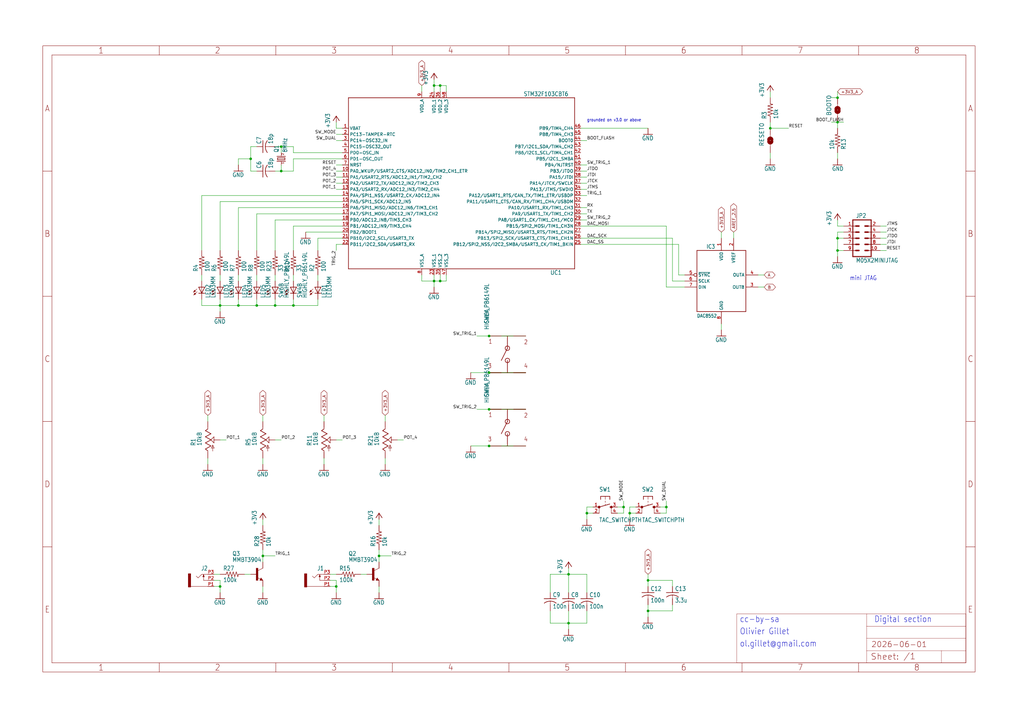
<source format=kicad_sch>
(kicad_sch (version 20231120) (generator "eeschema") (generator_version "8.0")
  (paper "User" 425.45 298.602)
  (lib_symbols
    (symbol "Apex3-eagle-import:+3V3" (power)
      (symbol "+3V3_1_0"
        (pin power_in line (at 0 -2.54 90) (length 2.54) (name "+3V3") (number "1"))
      )
    )
    (symbol "Apex3-eagle-import:-NPN-SOT23-BEC"
      (property "Reference" "T" (at -10.16 7.62 0))
      (symbol "-NPN-SOT23-BEC_1_0"
        (pin passive line (at -2.54 0 0) (length 2.54) (name "B") (number "B"))
        (pin passive line (at 2.54 5.08 270) (length 2.54) (name "C") (number "C"))
        (pin passive line (at 2.54 -5.08 90) (length 2.54) (name "E") (number "E"))
      )
    )
    (symbol "Apex3-eagle-import:A3L-LOC"
      (symbol "A3L-LOC_1_0"
        (text "${#}/${##}" (at 357.505 5.08 0) (effects (font (size 2.54 2.54)) (justify left bottom)))
        (text "${CURRENT_DATE}" (at 344.17 10.16 0) (effects (font (size 2.286 2.286)) (justify left bottom)))
        (text "${PROJECTNAME}" (at 344.17 15.24 0) (effects (font (size 2.54 2.54)) (justify left bottom)))
        (text "1" (at 24.2094 1.905 0) (effects (font (size 2.54 2.286))))
        (text "1" (at 24.2094 258.445 0) (effects (font (size 2.54 2.286))))
        (text "2" (at 72.6281 1.905 0) (effects (font (size 2.54 2.286))))
        (text "2" (at 72.6281 258.445 0) (effects (font (size 2.54 2.286))))
        (text "3" (at 121.0469 1.905 0) (effects (font (size 2.54 2.286))))
        (text "3" (at 121.0469 258.445 0) (effects (font (size 2.54 2.286))))
        (text "4" (at 169.4656 1.905 0) (effects (font (size 2.54 2.286))))
        (text "4" (at 169.4656 258.445 0) (effects (font (size 2.54 2.286))))
        (text "5" (at 217.8844 1.905 0) (effects (font (size 2.54 2.286))))
        (text "5" (at 217.8844 258.445 0) (effects (font (size 2.54 2.286))))
        (text "6" (at 266.3031 1.905 0) (effects (font (size 2.54 2.286))))
        (text "6" (at 266.3031 258.445 0) (effects (font (size 2.54 2.286))))
        (text "7" (at 314.7219 1.905 0) (effects (font (size 2.54 2.286))))
        (text "7" (at 314.7219 258.445 0) (effects (font (size 2.54 2.286))))
        (text "8" (at 363.1406 1.905 0) (effects (font (size 2.54 2.286))))
        (text "8" (at 363.1406 258.445 0) (effects (font (size 2.54 2.286))))
        (text "A" (at 1.905 234.315 0) (effects (font (size 2.54 2.286))))
        (text "A" (at 385.445 234.315 0) (effects (font (size 2.54 2.286))))
        (text "B" (at 1.905 182.245 0) (effects (font (size 2.54 2.286))))
        (text "B" (at 385.445 182.245 0) (effects (font (size 2.54 2.286))))
        (text "C" (at 1.905 130.175 0) (effects (font (size 2.54 2.286))))
        (text "C" (at 385.445 130.175 0) (effects (font (size 2.54 2.286))))
        (text "D" (at 1.905 78.105 0) (effects (font (size 2.54 2.286))))
        (text "D" (at 385.445 78.105 0) (effects (font (size 2.54 2.286))))
        (text "E" (at 1.905 26.035 0) (effects (font (size 2.54 2.286))))
        (text "E" (at 385.445 26.035 0) (effects (font (size 2.54 2.286))))
        (text "Sheet:" (at 343.916 4.953 0) (effects (font (size 2.54 2.54)) (justify left bottom)))
      )
    )
    (symbol "Apex3-eagle-import:C-USC0603"
      (property "Reference" "C" (at 1.016 0.635 0))
      (symbol "C-USC0603_1_0"
        (pin passive line (at 0 2.54 270) (length 2.54) (name "1") (number "1"))
        (pin passive line (at 0 -5.08 90) (length 2.54) (name "2") (number "2"))
      )
    )
    (symbol "Apex3-eagle-import:CRYSTALHC49UP"
      (property "Reference" "Q" (at 2.54 1.016 0))
      (symbol "CRYSTALHC49UP_1_0"
        (text "1" (at -2.159 -1.143 0) (effects (font (size 0.8636 0.734)) (justify left bottom)))
        (text "2" (at 1.524 -1.143 0) (effects (font (size 0.8636 0.734)) (justify left bottom)))
        (pin passive line (at -2.54 0 0) (length 0) (name "1") (number "1"))
        (pin passive line (at 2.54 0 180) (length 0) (name "2") (number "2"))
      )
    )
    (symbol "Apex3-eagle-import:DAC8552"
      (property "Reference" "IC" (at -2.54 15.24 0))
      (symbol "DAC8552_1_0"
        (pin power_in line (at 0 17.78 270) (length 5.08) (name "VDD") (number "1"))
        (pin power_in line (at 5.08 17.78 270) (length 5.08) (name "VREF") (number "2"))
        (pin input line (at 15.24 -2.54 180) (length 5.08) (name "OUTB") (number "3"))
        (pin output line (at 15.24 2.54 180) (length 5.08) (name "OUTA") (number "4"))
        (pin bidirectional inverted (at -15.24 2.54 0) (length 5.08) (name "~{SYNC}") (number "5"))
        (pin bidirectional line (at -15.24 0 0) (length 5.08) (name "SCLK") (number "6"))
        (pin bidirectional line (at -15.24 -2.54 0) (length 5.08) (name "DIN") (number "7"))
        (pin power_in line (at 0 -17.78 90) (length 5.08) (name "GND") (number "8"))
      )
    )
    (symbol "Apex3-eagle-import:GND" (power)
      (symbol "GND_1_0"
        (pin power_in line (at 0 2.54 270) (length 2.54) (name "GND") (number "1"))
      )
    )
    (symbol "Apex3-eagle-import:HIGHLY_PB6149L"
      (symbol "HIGHLY_PB6149L_1_0"
        (text "1" (at -7.874 4.318 0) (effects (font (size 1.778 1.5113)) (justify left bottom)))
        (text "2" (at 6.858 4.064 0) (effects (font (size 1.778 1.5113)) (justify left bottom)))
        (text "3" (at -8.128 -5.842 0) (effects (font (size 1.778 1.5113)) (justify left bottom)))
        (text "4" (at 6.858 -5.842 0) (effects (font (size 1.778 1.5113)) (justify left bottom)))
        (pin bidirectional line (at -7.62 7.62 0) (length 5.08) (name "P$1") (number "P$1"))
        (pin bidirectional line (at 7.62 7.62 180) (length 5.08) (name "P$2") (number "P$2"))
        (pin bidirectional line (at -7.62 -7.62 0) (length 5.08) (name "P$3") (number "P$3"))
        (pin bidirectional line (at 7.62 -7.62 180) (length 5.08) (name "P$4") (number "P$4"))
      )
      (symbol "HIGHLY_PB6149L_2_0"
        (pin passive line (at 0 2.54 270) (length 2.54) (name "L1") (number "L1"))
        (pin passive line (at 0 -5.08 90) (length 2.54) (name "L2") (number "L2"))
      )
    )
    (symbol "Apex3-eagle-import:JUMPER-SMT_2_NO_SILK"
      (property "Reference" "JP" (at -2.54 2.54 0))
      (symbol "JUMPER-SMT_2_NO_SILK_1_0"
        (pin passive line (at -5.08 0 0) (length 2.54) (name "1") (number "1"))
        (pin passive line (at 5.08 0 180) (length 2.54) (name "2") (number "2"))
      )
    )
    (symbol "Apex3-eagle-import:LED3MM"
      (property "Reference" "LED" (at 3.556 -4.572 90))
      (symbol "LED3MM_1_0"
        (pin passive line (at 0 2.54 270) (length 2.54) (name "A") (number "A"))
        (pin passive line (at 0 -5.08 90) (length 2.54) (name "C") (number "K"))
      )
    )
    (symbol "Apex3-eagle-import:M05X2MINIJTAG"
      (property "Reference" "JP" (at -2.54 8.382 0))
      (symbol "M05X2MINIJTAG_1_0"
        (pin passive line (at -7.62 5.08 0) (length 5.08) (name "1") (number "1"))
        (pin passive line (at 7.62 -5.08 180) (length 5.08) (name "10") (number "10"))
        (pin passive line (at 7.62 5.08 180) (length 5.08) (name "2") (number "2"))
        (pin passive line (at -7.62 2.54 0) (length 5.08) (name "3") (number "3"))
        (pin passive line (at 7.62 2.54 180) (length 5.08) (name "4") (number "4"))
        (pin passive line (at -7.62 0 0) (length 5.08) (name "5") (number "5"))
        (pin passive line (at 7.62 0 180) (length 5.08) (name "6") (number "6"))
        (pin passive line (at -7.62 -2.54 0) (length 5.08) (name "7") (number "7"))
        (pin passive line (at 7.62 -2.54 180) (length 5.08) (name "8") (number "8"))
        (pin passive line (at -7.62 -5.08 0) (length 5.08) (name "9") (number "9"))
      )
    )
    (symbol "Apex3-eagle-import:OG-PJ301_PJ301_THONKICONN"
      (property "Reference" "J" (at -2.54 4.064 0))
      (symbol "OG-PJ301_PJ301_THONKICONN_1_0"
        (pin passive line (at -5.08 -2.54 0) (length 2.54) (name "1") (number "P1"))
        (pin passive line (at -5.08 0 0) (length 2.54) (name "2") (number "P2"))
        (pin passive line (at -5.08 2.54 0) (length 2.54) (name "3") (number "P3"))
      )
    )
    (symbol "Apex3-eagle-import:POT-ALPS_POT_USVERTICAL"
      (property "Reference" "R" (at -5.08 -2.54 90))
      (symbol "POT-ALPS_POT_USVERTICAL_1_0"
        (pin passive line (at 0 7.62 270) (length 2.54) (name "E") (number "P$1"))
        (pin passive line (at 5.08 0 180) (length 2.54) (name "S") (number "P$2"))
        (pin passive line (at 0 -7.62 90) (length 2.54) (name "A") (number "P$3"))
      )
    )
    (symbol "Apex3-eagle-import:R-US_R0603"
      (property "Reference" "R" (at -3.81 1.4986 0))
      (symbol "R-US_R0603_1_0"
        (pin passive line (at -5.08 0 0) (length 2.54) (name "1") (number "1"))
        (pin passive line (at 5.08 0 180) (length 2.54) (name "2") (number "2"))
      )
    )
    (symbol "Apex3-eagle-import:STM32F103CB"
      (symbol "STM32F103CB_1_0"
        (pin power_in line (at -48.26 22.86 0) (length 2.54) (name "VBAT") (number "1"))
        (pin bidirectional line (at -48.26 5.08 0) (length 2.54) (name "PA0_WKUP/USART2_CTS/ADC12_IN0/TIM2_CH1_ETR") (number "10"))
        (pin bidirectional line (at -48.26 2.54 0) (length 2.54) (name "PA1/USART2_RTS/ADC12_IN1/TIM2_CH2") (number "11"))
        (pin bidirectional line (at -48.26 0 0) (length 2.54) (name "PA2/USART2_TX/ADC12_IN2/TIM2_CH3") (number "12"))
        (pin bidirectional line (at -48.26 -2.54 0) (length 2.54) (name "PA3/USART2_RX/ADC12_IN3/TIM2_CH4") (number "13"))
        (pin bidirectional line (at -48.26 -5.08 0) (length 2.54) (name "PA4/SPI1_NSS/USART2_CK/ADC12_IN4") (number "14"))
        (pin bidirectional line (at -48.26 -7.62 0) (length 2.54) (name "PA5/SPI1_SCK/ADC12_IN5") (number "15"))
        (pin bidirectional line (at -48.26 -10.16 0) (length 2.54) (name "PA6/SPI1_MISO/ADC12_IN6/TIM3_CH1") (number "16"))
        (pin bidirectional line (at -48.26 -12.7 0) (length 2.54) (name "PA7/SPI1_MOSI/ADC12_IN7/TIM3_CH2") (number "17"))
        (pin bidirectional line (at -48.26 -15.24 0) (length 2.54) (name "PB0/ADC12_IN8/TIM3_CH3") (number "18"))
        (pin bidirectional line (at -48.26 -17.78 0) (length 2.54) (name "PB1/ADC12_IN9/TIM3_CH4") (number "19"))
        (pin input line (at -48.26 20.32 0) (length 2.54) (name "PC13-TAMPER-RTC") (number "2"))
        (pin bidirectional line (at -48.26 -20.32 0) (length 2.54) (name "PB2/BOOT1") (number "20"))
        (pin input line (at -48.26 -22.86 0) (length 2.54) (name "PB10/I2C2_SCL/USART3_TX") (number "21"))
        (pin input line (at -48.26 -25.4 0) (length 2.54) (name "PB11/I2C2_SDA/USART3_RX") (number "22"))
        (pin power_in line (at -10.16 -38.1 90) (length 2.54) (name "VSS_1") (number "23"))
        (pin power_in line (at -10.16 38.1 270) (length 2.54) (name "VDD_1") (number "24"))
        (pin input line (at 50.8 -25.4 180) (length 2.54) (name "PB12/SPI2_NSS/I2C2_SMBA/USART3_CK/TIM1_BKIN") (number "25"))
        (pin input line (at 50.8 -22.86 180) (length 2.54) (name "PB13/SPI2_SCK/USART3_CTS/TIM1_CH1N") (number "26"))
        (pin input line (at 50.8 -20.32 180) (length 2.54) (name "PB14/SPI2_MISO/USART3_RTS/TIM1_CH2N") (number "27"))
        (pin input line (at 50.8 -17.78 180) (length 2.54) (name "PB15/SPI2_MOSI/TIM1_CH3N") (number "28"))
        (pin bidirectional line (at 50.8 -15.24 180) (length 2.54) (name "PA8/USART1_CK/TIM1_CH1/MCO") (number "29"))
        (pin input line (at -48.26 17.78 0) (length 2.54) (name "PC14-OSC32_IN") (number "3"))
        (pin input line (at 50.8 -12.7 180) (length 2.54) (name "PA9/USART1_TX/TIM1_CH2") (number "30"))
        (pin bidirectional line (at 50.8 -10.16 180) (length 2.54) (name "PA10/USART1_RX/TIM1_CH3") (number "31"))
        (pin bidirectional line (at 50.8 -7.62 180) (length 2.54) (name "PA11/USART1_CTS/CAN_RX/TIM1_CH4/USBDM") (number "32"))
        (pin bidirectional line (at 50.8 -5.08 180) (length 2.54) (name "PA12/USART1_RTS/CAN_TX/TIM1_ETR/USBDP") (number "33"))
        (pin bidirectional line (at 50.8 -2.54 180) (length 2.54) (name "PA13/JTMS/SWDIO") (number "34"))
        (pin power_in line (at -7.62 -38.1 90) (length 2.54) (name "VSS_2") (number "35"))
        (pin power_in line (at -7.62 38.1 270) (length 2.54) (name "VDD_2") (number "36"))
        (pin bidirectional line (at 50.8 0 180) (length 2.54) (name "PA14/JTCK/SWCLK") (number "37"))
        (pin bidirectional line (at 50.8 2.54 180) (length 2.54) (name "PA15/JTDI") (number "38"))
        (pin bidirectional line (at 50.8 5.08 180) (length 2.54) (name "PB3/JTDO") (number "39"))
        (pin input line (at -48.26 15.24 0) (length 2.54) (name "PC15-OSC32_OUT") (number "4"))
        (pin bidirectional line (at 50.8 7.62 180) (length 2.54) (name "PB4/NJTRST") (number "40"))
        (pin input line (at 50.8 10.16 180) (length 2.54) (name "PB5/I2C1_SMBA") (number "41"))
        (pin input line (at 50.8 12.7 180) (length 2.54) (name "PB6/I2C1_SCL/TIM4_CH1") (number "42"))
        (pin bidirectional line (at 50.8 15.24 180) (length 2.54) (name "PB7/I2C1_SDA/TIM4_CH2") (number "43"))
        (pin input line (at 50.8 17.78 180) (length 2.54) (name "BOOT0") (number "44"))
        (pin bidirectional line (at 50.8 20.32 180) (length 2.54) (name "PB8/TIM4_CH3") (number "45"))
        (pin input line (at 50.8 22.86 180) (length 2.54) (name "PB9/TIM4_CH4") (number "46"))
        (pin power_in line (at -5.08 -38.1 90) (length 2.54) (name "VSS_3") (number "47"))
        (pin power_in line (at -5.08 38.1 270) (length 2.54) (name "VDD_3") (number "48"))
        (pin input line (at -48.26 12.7 0) (length 2.54) (name "PD0-OSC_IN") (number "5"))
        (pin input line (at -48.26 10.16 0) (length 2.54) (name "PD1-OSC_OUT") (number "6"))
        (pin input line (at -48.26 7.62 0) (length 2.54) (name "NRST") (number "7"))
        (pin power_in line (at -15.24 -38.1 90) (length 2.54) (name "VSS_A") (number "8"))
        (pin power_in line (at -15.24 38.1 270) (length 2.54) (name "VDD_A") (number "9"))
      )
    )
    (symbol "Apex3-eagle-import:TAC_SWITCHPTH"
      (property "Reference" "S" (at -2.54 6.35 0))
      (symbol "TAC_SWITCHPTH_1_0"
        (pin passive line (at -5.08 0 0) (length 2.54) (name "1") (number "1"))
        (pin passive line (at -5.08 -2.54 0) (length 2.54) (name "2") (number "2"))
        (pin passive line (at 5.08 0 180) (length 2.54) (name "3") (number "3"))
        (pin passive line (at 5.08 -2.54 180) (length 2.54) (name "4") (number "4"))
      )
    )
  )
  (junction (at 236.22 238.76))
  (junction (at 320.04 53.34))
  (junction (at 347.98 99.06))
  (junction (at 347.98 104.14))
  (junction (at 259.08 210.82))
  (junction (at 182.88 35.56))
  (junction (at 91.44 127))
  (junction (at 139.7 243.84))
  (junction (at 182.88 116.84))
  (junction (at 269.24 254))
  (junction (at 116.84 60.96))
  (junction (at 106.68 127))
  (junction (at 203.2 139.7))
  (junction (at 99.06 127))
  (junction (at 243.84 213.36))
  (junction (at 104.14 66.04))
  (junction (at 114.3 127))
  (junction (at 203.2 154.94))
  (junction (at 116.84 71.12))
  (junction (at 203.2 185.42))
  (junction (at 269.24 241.3))
  (junction (at 276.86 210.82))
  (junction (at 180.34 35.56))
  (junction (at 236.22 259.08))
  (junction (at 121.92 127))
  (junction (at 180.34 116.84))
  (junction (at 203.2 170.18))
  (junction (at 347.98 40.64))
  (junction (at 109.22 231.14))
  (junction (at 347.98 50.8))
  (junction (at 261.62 213.36))
  (junction (at 91.44 243.84))
  (junction (at 157.48 231.14))
  (wire (pts (xy 132.08 114.3) (xy 132.08 116.84)) (stroke (width 0.1524)))
  (wire (pts (xy 83.82 124.46) (xy 83.82 127)) (stroke (width 0.1524)))
  (wire (pts (xy 88.9 241.3) (xy 91.44 241.3)) (stroke (width 0.1524)))
  (wire (pts (xy 137.16 243.84) (xy 139.7 243.84)) (stroke (width 0.1524)))
  (wire (pts (xy 241.3 86.36) (xy 243.84 86.36)) (stroke (width 0.1524)))
  (wire (pts (xy 101.6 238.76) (xy 104.14 238.76)) (stroke (width 0.1524)))
  (wire (pts (xy 236.22 238.76) (xy 243.84 238.76)) (stroke (width 0.1524)))
  (wire (pts (xy 203.2 170.18) (xy 218.44 170.18)) (stroke (width 0.1524)))
  (wire (pts (xy 86.36 175.26) (xy 86.36 172.72)) (stroke (width 0.1524)))
  (wire (pts (xy 121.92 63.5) (xy 121.92 60.96)) (stroke (width 0.1524)))
  (wire (pts (xy 109.22 231.14) (xy 114.3 231.14)) (stroke (width 0.1524)))
  (wire (pts (xy 246.38 210.82) (xy 243.84 210.82)) (stroke (width 0.1524)))
  (wire (pts (xy 121.92 127) (xy 132.08 127)) (stroke (width 0.1524)))
  (wire (pts (xy 281.94 114.3) (xy 284.48 114.3)) (stroke (width 0.1524)))
  (wire (pts (xy 241.3 58.42) (xy 243.84 58.42)) (stroke (width 0.1524)))
  (wire (pts (xy 139.7 241.3) (xy 139.7 243.84)) (stroke (width 0.1524)))
  (wire (pts (xy 236.22 238.76) (xy 236.22 236.22)) (stroke (width 0.1524)))
  (wire (pts (xy 86.36 190.5) (xy 86.36 193.04)) (stroke (width 0.1524)))
  (wire (pts (xy 182.88 116.84) (xy 185.42 116.84)) (stroke (width 0.1524)))
  (wire (pts (xy 149.86 238.76) (xy 152.4 238.76)) (stroke (width 0.1524)))
  (wire (pts (xy 241.3 91.44) (xy 243.84 91.44)) (stroke (width 0.1524)))
  (wire (pts (xy 142.24 93.98) (xy 121.92 93.98)) (stroke (width 0.1524)))
  (wire (pts (xy 279.4 241.3) (xy 279.4 243.84)) (stroke (width 0.1524)))
  (wire (pts (xy 241.3 73.66) (xy 243.84 73.66)) (stroke (width 0.1524)))
  (wire (pts (xy 269.24 251.46) (xy 269.24 254)) (stroke (width 0.1524)))
  (wire (pts (xy 175.26 116.84) (xy 180.34 116.84)) (stroke (width 0.1524)))
  (wire (pts (xy 347.98 93.98) (xy 347.98 91.44)) (stroke (width 0.1524)))
  (wire (pts (xy 243.84 238.76) (xy 243.84 246.38)) (stroke (width 0.1524)))
  (wire (pts (xy 180.34 116.84) (xy 180.34 119.38)) (stroke (width 0.1524)))
  (wire (pts (xy 104.14 66.04) (xy 104.14 71.12)) (stroke (width 0.1524)))
  (wire (pts (xy 279.4 254) (xy 279.4 251.46)) (stroke (width 0.1524)))
  (wire (pts (xy 121.92 66.04) (xy 142.24 66.04)) (stroke (width 0.1524)))
  (wire (pts (xy 320.04 53.34) (xy 327.66 53.34)) (stroke (width 0.1524)))
  (wire (pts (xy 182.88 35.56) (xy 185.42 35.56)) (stroke (width 0.1524)))
  (wire (pts (xy 365.76 104.14) (xy 368.3 104.14)) (stroke (width 0.1524)))
  (wire (pts (xy 241.3 93.98) (xy 276.86 93.98)) (stroke (width 0.1524)))
  (wire (pts (xy 182.88 38.1) (xy 182.88 35.56)) (stroke (width 0.1524)))
  (wire (pts (xy 83.82 127) (xy 91.44 127)) (stroke (width 0.1524)))
  (wire (pts (xy 121.92 60.96) (xy 116.84 60.96)) (stroke (width 0.1524)))
  (wire (pts (xy 157.48 231.14) (xy 162.56 231.14)) (stroke (width 0.1524)))
  (wire (pts (xy 121.92 127) (xy 114.3 127)) (stroke (width 0.1524)))
  (wire (pts (xy 350.52 99.06) (xy 347.98 99.06)) (stroke (width 0.1524)))
  (wire (pts (xy 121.92 114.3) (xy 121.92 116.84)) (stroke (width 0.1524)))
  (wire (pts (xy 121.92 124.46) (xy 121.92 127)) (stroke (width 0.1524)))
  (wire (pts (xy 109.22 233.68) (xy 109.22 231.14)) (stroke (width 0.1524)))
  (wire (pts (xy 241.3 78.74) (xy 243.84 78.74)) (stroke (width 0.1524)))
  (wire (pts (xy 139.7 73.66) (xy 142.24 73.66)) (stroke (width 0.1524)))
  (wire (pts (xy 269.24 254) (xy 279.4 254)) (stroke (width 0.1524)))
  (wire (pts (xy 91.44 182.88) (xy 93.98 182.88)) (stroke (width 0.1524)))
  (wire (pts (xy 99.06 114.3) (xy 99.06 116.84)) (stroke (width 0.1524)))
  (wire (pts (xy 91.44 127) (xy 91.44 129.54)) (stroke (width 0.1524)))
  (wire (pts (xy 228.6 238.76) (xy 236.22 238.76)) (stroke (width 0.1524)))
  (wire (pts (xy 304.8 99.06) (xy 304.8 96.52)) (stroke (width 0.1524)))
  (wire (pts (xy 203.2 154.94) (xy 218.44 154.94)) (stroke (width 0.1524)))
  (wire (pts (xy 180.34 114.3) (xy 180.34 116.84)) (stroke (width 0.1524)))
  (wire (pts (xy 241.3 71.12) (xy 243.84 71.12)) (stroke (width 0.1524)))
  (wire (pts (xy 91.44 243.84) (xy 91.44 246.38)) (stroke (width 0.1524)))
  (wire (pts (xy 114.3 114.3) (xy 114.3 116.84)) (stroke (width 0.1524)))
  (wire (pts (xy 132.08 99.06) (xy 142.24 99.06)) (stroke (width 0.1524)))
  (wire (pts (xy 345.44 40.64) (xy 347.98 40.64)) (stroke (width 0.1524)))
  (wire (pts (xy 114.3 182.88) (xy 116.84 182.88)) (stroke (width 0.1524)))
  (wire (pts (xy 99.06 124.46) (xy 99.06 127)) (stroke (width 0.1524)))
  (wire (pts (xy 203.2 139.7) (xy 198.12 139.7)) (stroke (width 0.1524)))
  (wire (pts (xy 132.08 104.14) (xy 132.08 99.06)) (stroke (width 0.1524)))
  (wire (pts (xy 269.24 241.3) (xy 279.4 241.3)) (stroke (width 0.1524)))
  (wire (pts (xy 157.48 233.68) (xy 157.48 231.14)) (stroke (width 0.1524)))
  (wire (pts (xy 256.54 210.82) (xy 259.08 210.82)) (stroke (width 0.1524)))
  (wire (pts (xy 142.24 63.5) (xy 121.92 63.5)) (stroke (width 0.1524)))
  (wire (pts (xy 365.76 96.52) (xy 368.3 96.52)) (stroke (width 0.1524)))
  (wire (pts (xy 91.44 127) (xy 99.06 127)) (stroke (width 0.1524)))
  (wire (pts (xy 246.38 213.36) (xy 243.84 213.36)) (stroke (width 0.1524)))
  (wire (pts (xy 106.68 127) (xy 106.68 124.46)) (stroke (width 0.1524)))
  (wire (pts (xy 241.3 81.28) (xy 243.84 81.28)) (stroke (width 0.1524)))
  (wire (pts (xy 264.16 210.82) (xy 261.62 210.82)) (stroke (width 0.1524)))
  (wire (pts (xy 142.24 53.34) (xy 139.7 53.34)) (stroke (width 0.1524)))
  (wire (pts (xy 195.58 154.94) (xy 203.2 154.94)) (stroke (width 0.1524)))
  (wire (pts (xy 180.34 116.84) (xy 182.88 116.84)) (stroke (width 0.1524)))
  (wire (pts (xy 106.68 114.3) (xy 106.68 116.84)) (stroke (width 0.1524)))
  (wire (pts (xy 142.24 101.6) (xy 139.7 101.6)) (stroke (width 0.1524)))
  (wire (pts (xy 91.44 83.82) (xy 91.44 104.14)) (stroke (width 0.1524)))
  (wire (pts (xy 106.68 88.9) (xy 142.24 88.9)) (stroke (width 0.1524)))
  (wire (pts (xy 139.7 53.34) (xy 139.7 50.8)) (stroke (width 0.1524)))
  (wire (pts (xy 299.72 137.16) (xy 299.72 134.62)) (stroke (width 0.1524)))
  (wire (pts (xy 320.04 38.1) (xy 320.04 40.64)) (stroke (width 0.1524)))
  (wire (pts (xy 99.06 127) (xy 106.68 127)) (stroke (width 0.1524)))
  (wire (pts (xy 139.7 101.6) (xy 139.7 104.14)) (stroke (width 0.1524)))
  (wire (pts (xy 114.3 60.96) (xy 116.84 60.96)) (stroke (width 0.1524)))
  (wire (pts (xy 259.08 213.36) (xy 259.08 210.82)) (stroke (width 0.1524)))
  (wire (pts (xy 99.06 66.04) (xy 99.06 68.58)) (stroke (width 0.1524)))
  (wire (pts (xy 83.82 81.28) (xy 83.82 104.14)) (stroke (width 0.1524)))
  (wire (pts (xy 236.22 259.08) (xy 236.22 261.62)) (stroke (width 0.1524)))
  (wire (pts (xy 347.98 53.34) (xy 347.98 50.8)) (stroke (width 0.1524)))
  (wire (pts (xy 243.84 213.36) (xy 243.84 215.9)) (stroke (width 0.1524)))
  (wire (pts (xy 157.48 243.84) (xy 157.48 246.38)) (stroke (width 0.1524)))
  (wire (pts (xy 157.48 231.14) (xy 157.48 228.6)) (stroke (width 0.1524)))
  (wire (pts (xy 116.84 60.96) (xy 116.84 63.5)) (stroke (width 0.1524)))
  (wire (pts (xy 139.7 243.84) (xy 139.7 246.38)) (stroke (width 0.1524)))
  (wire (pts (xy 157.48 215.9) (xy 157.48 218.44)) (stroke (width 0.1524)))
  (wire (pts (xy 281.94 101.6) (xy 281.94 114.3)) (stroke (width 0.1524)))
  (wire (pts (xy 259.08 210.82) (xy 259.08 208.28)) (stroke (width 0.1524)))
  (wire (pts (xy 142.24 68.58) (xy 139.7 68.58)) (stroke (width 0.1524)))
  (wire (pts (xy 276.86 213.36) (xy 276.86 210.82)) (stroke (width 0.1524)))
  (wire (pts (xy 314.96 114.3) (xy 317.5 114.3)) (stroke (width 0.1524)))
  (wire (pts (xy 241.3 53.34) (xy 269.24 53.34)) (stroke (width 0.1524)))
  (wire (pts (xy 142.24 55.88) (xy 139.7 55.88)) (stroke (width 0.1524)))
  (wire (pts (xy 160.02 190.5) (xy 160.02 193.04)) (stroke (width 0.1524)))
  (wire (pts (xy 114.3 124.46) (xy 114.3 127)) (stroke (width 0.1524)))
  (wire (pts (xy 137.16 238.76) (xy 139.7 238.76)) (stroke (width 0.1524)))
  (wire (pts (xy 139.7 58.42) (xy 142.24 58.42)) (stroke (width 0.1524)))
  (wire (pts (xy 236.22 254) (xy 236.22 259.08)) (stroke (width 0.1524)))
  (wire (pts (xy 276.86 119.38) (xy 284.48 119.38)) (stroke (width 0.1524)))
  (wire (pts (xy 365.76 101.6) (xy 368.3 101.6)) (stroke (width 0.1524)))
  (wire (pts (xy 104.14 60.96) (xy 104.14 66.04)) (stroke (width 0.1524)))
  (wire (pts (xy 236.22 246.38) (xy 236.22 238.76)) (stroke (width 0.1524)))
  (wire (pts (xy 314.96 119.38) (xy 317.5 119.38)) (stroke (width 0.1524)))
  (wire (pts (xy 203.2 170.18) (xy 198.12 170.18)) (stroke (width 0.1524)))
  (wire (pts (xy 139.7 71.12) (xy 142.24 71.12)) (stroke (width 0.1524)))
  (wire (pts (xy 91.44 241.3) (xy 91.44 243.84)) (stroke (width 0.1524)))
  (wire (pts (xy 243.84 259.08) (xy 243.84 254)) (stroke (width 0.1524)))
  (wire (pts (xy 109.22 190.5) (xy 109.22 193.04)) (stroke (width 0.1524)))
  (wire (pts (xy 137.16 241.3) (xy 139.7 241.3)) (stroke (width 0.1524)))
  (wire (pts (xy 142.24 91.44) (xy 114.3 91.44)) (stroke (width 0.1524)))
  (wire (pts (xy 106.68 60.96) (xy 104.14 60.96)) (stroke (width 0.1524)))
  (wire (pts (xy 91.44 124.46) (xy 91.44 127)) (stroke (width 0.1524)))
  (wire (pts (xy 142.24 96.52) (xy 127 96.52)) (stroke (width 0.1524)))
  (wire (pts (xy 299.72 99.06) (xy 299.72 96.52)) (stroke (width 0.1524)))
  (wire (pts (xy 180.34 35.56) (xy 182.88 35.56)) (stroke (width 0.1524)))
  (wire (pts (xy 320.04 63.5) (xy 320.04 66.04)) (stroke (width 0.1524)))
  (wire (pts (xy 350.52 96.52) (xy 347.98 96.52)) (stroke (width 0.1524)))
  (wire (pts (xy 241.3 101.6) (xy 281.94 101.6)) (stroke (width 0.1524)))
  (wire (pts (xy 175.26 38.1) (xy 175.26 35.56)) (stroke (width 0.1524)))
  (wire (pts (xy 261.62 213.36) (xy 261.62 215.9)) (stroke (width 0.1524)))
  (wire (pts (xy 185.42 114.3) (xy 185.42 116.84)) (stroke (width 0.1524)))
  (wire (pts (xy 132.08 124.46) (xy 132.08 127)) (stroke (width 0.1524)))
  (wire (pts (xy 269.24 243.84) (xy 269.24 241.3)) (stroke (width 0.1524)))
  (wire (pts (xy 88.9 243.84) (xy 91.44 243.84)) (stroke (width 0.1524)))
  (wire (pts (xy 99.06 86.36) (xy 142.24 86.36)) (stroke (width 0.1524)))
  (wire (pts (xy 347.98 104.14) (xy 347.98 106.68)) (stroke (width 0.1524)))
  (wire (pts (xy 347.98 63.5) (xy 347.98 66.04)) (stroke (width 0.1524)))
  (wire (pts (xy 99.06 86.36) (xy 99.06 104.14)) (stroke (width 0.1524)))
  (wire (pts (xy 269.24 256.54) (xy 269.24 254)) (stroke (width 0.1524)))
  (wire (pts (xy 345.44 50.8) (xy 347.98 50.8)) (stroke (width 0.1524)))
  (wire (pts (xy 276.86 93.98) (xy 276.86 119.38)) (stroke (width 0.1524)))
  (wire (pts (xy 109.22 175.26) (xy 109.22 172.72)) (stroke (width 0.1524)))
  (wire (pts (xy 114.3 91.44) (xy 114.3 104.14)) (stroke (width 0.1524)))
  (wire (pts (xy 114.3 71.12) (xy 116.84 71.12)) (stroke (width 0.1524)))
  (wire (pts (xy 279.4 99.06) (xy 279.4 116.84)) (stroke (width 0.1524)))
  (wire (pts (xy 83.82 114.3) (xy 83.82 116.84)) (stroke (width 0.1524)))
  (wire (pts (xy 279.4 116.84) (xy 284.48 116.84)) (stroke (width 0.1524)))
  (wire (pts (xy 121.92 71.12) (xy 121.92 66.04)) (stroke (width 0.1524)))
  (wire (pts (xy 241.3 68.58) (xy 243.84 68.58)) (stroke (width 0.1524)))
  (wire (pts (xy 134.62 175.26) (xy 134.62 172.72)) (stroke (width 0.1524)))
  (wire (pts (xy 114.3 127) (xy 106.68 127)) (stroke (width 0.1524)))
  (wire (pts (xy 236.22 259.08) (xy 243.84 259.08)) (stroke (width 0.1524)))
  (wire (pts (xy 104.14 71.12) (xy 106.68 71.12)) (stroke (width 0.1524)))
  (wire (pts (xy 350.52 93.98) (xy 347.98 93.98)) (stroke (width 0.1524)))
  (wire (pts (xy 274.32 213.36) (xy 276.86 213.36)) (stroke (width 0.1524)))
  (wire (pts (xy 274.32 210.82) (xy 276.86 210.82)) (stroke (width 0.1524)))
  (wire (pts (xy 91.44 114.3) (xy 91.44 116.84)) (stroke (width 0.1524)))
  (wire (pts (xy 261.62 210.82) (xy 261.62 213.36)) (stroke (width 0.1524)))
  (wire (pts (xy 139.7 78.74) (xy 142.24 78.74)) (stroke (width 0.1524)))
  (wire (pts (xy 185.42 35.56) (xy 185.42 38.1)) (stroke (width 0.1524)))
  (wire (pts (xy 241.3 99.06) (xy 279.4 99.06)) (stroke (width 0.1524)))
  (wire (pts (xy 109.22 215.9) (xy 109.22 218.44)) (stroke (width 0.1524)))
  (wire (pts (xy 116.84 71.12) (xy 116.84 68.58)) (stroke (width 0.1524)))
  (wire (pts (xy 175.26 114.3) (xy 175.26 116.84)) (stroke (width 0.1524)))
  (wire (pts (xy 195.58 185.42) (xy 203.2 185.42)) (stroke (width 0.1524)))
  (wire (pts (xy 203.2 185.42) (xy 218.44 185.42)) (stroke (width 0.1524)))
  (wire (pts (xy 109.22 231.14) (xy 109.22 228.6)) (stroke (width 0.1524)))
  (wire (pts (xy 116.84 71.12) (xy 121.92 71.12)) (stroke (width 0.1524)))
  (wire (pts (xy 347.98 96.52) (xy 347.98 99.06)) (stroke (width 0.1524)))
  (wire (pts (xy 261.62 213.36) (xy 264.16 213.36)) (stroke (width 0.1524)))
  (wire (pts (xy 256.54 213.36) (xy 259.08 213.36)) (stroke (width 0.1524)))
  (wire (pts (xy 121.92 93.98) (xy 121.92 104.14)) (stroke (width 0.1524)))
  (wire (pts (xy 350.52 104.14) (xy 347.98 104.14)) (stroke (width 0.1524)))
  (wire (pts (xy 160.02 175.26) (xy 160.02 172.72)) (stroke (width 0.1524)))
  (wire (pts (xy 320.04 50.8) (xy 320.04 53.34)) (stroke (width 0.1524)))
  (wire (pts (xy 134.62 190.5) (xy 134.62 193.04)) (stroke (width 0.1524)))
  (wire (pts (xy 269.24 241.3) (xy 269.24 238.76)) (stroke (width 0.1524)))
  (wire (pts (xy 91.44 83.82) (xy 142.24 83.82)) (stroke (width 0.1524)))
  (wire (pts (xy 228.6 254) (xy 228.6 259.08)) (stroke (width 0.1524)))
  (wire (pts (xy 106.68 88.9) (xy 106.68 104.14)) (stroke (width 0.1524)))
  (wire (pts (xy 228.6 246.38) (xy 228.6 238.76)) (stroke (width 0.1524)))
  (wire (pts (xy 139.7 76.2) (xy 142.24 76.2)) (stroke (width 0.1524)))
  (wire (pts (xy 243.84 210.82) (xy 243.84 213.36)) (stroke (width 0.1524)))
  (wire (pts (xy 365.76 93.98) (xy 368.3 93.98)) (stroke (width 0.1524)))
  (wire (pts (xy 104.14 66.04) (xy 99.06 66.04)) (stroke (width 0.1524)))
  (wire (pts (xy 347.98 99.06) (xy 347.98 104.14)) (stroke (width 0.1524)))
  (wire (pts (xy 165.1 182.88) (xy 167.64 182.88)) (stroke (width 0.1524)))
  (wire (pts (xy 88.9 238.76) (xy 91.44 238.76)) (stroke (width 0.1524)))
  (wire (pts (xy 83.82 81.28) (xy 142.24 81.28)) (stroke (width 0.1524)))
  (wire (pts (xy 180.34 33.02) (xy 180.34 35.56)) (stroke (width 0.1524)))
  (wire (pts (xy 182.88 114.3) (xy 182.88 116.84)) (stroke (width 0.1524)))
  (wire (pts (xy 347.98 38.1) (xy 347.98 40.64)) (stroke (width 0.1524)))
  (wire (pts (xy 139.7 182.88) (xy 142.24 182.88)) (stroke (width 0.1524)))
  (wire (pts (xy 228.6 259.08) (xy 236.22 259.08)) (stroke (width 0.1524)))
  (wire (pts (xy 203.2 139.7) (xy 218.44 139.7)) (stroke (width 0.1524)))
  (wire (pts (xy 276.86 210.82) (xy 276.86 208.28)) (stroke (width 0.1524)))
  (wire (pts (xy 180.34 38.1) (xy 180.34 35.56)) (stroke (width 0.1524)))
  (wire (pts (xy 109.22 243.84) (xy 109.22 246.38)) (stroke (width 0.1524)))
  (wire (pts (xy 241.3 76.2) (xy 243.84 76.2)) (stroke (width 0.1524)))
  (wire (pts (xy 241.3 88.9) (xy 243.84 88.9)) (stroke (width 0.1524)))
  (wire (pts (xy 347.98 50.8) (xy 350.52 50.8)) (stroke (width 0.1524)))
  (wire (pts (xy 365.76 99.06) (xy 368.3 99.06)) (stroke (width 0.1524)))
  (text "grounded on v3.0 or above" (at 243.84 50.8 0) (effects (font (size 1.27 1.0795)) (justify left bottom)))
  (text "ol.gillet@gmail.com" (at 307.34 269.24 0) (effects (font (size 2.54 2.159)) (justify left bottom)))
  (text "Digital section" (at 363.22 259.08 0) (effects (font (size 2.54 2.159)) (justify left bottom)))
  (text "mini JTAG" (at 353.06 116.84 0) (effects (font (size 1.778 1.5113)) (justify left bottom)))
  (text "Olivier Gillet" (at 307.34 264.16 0) (effects (font (size 2.54 2.159)) (justify left bottom)))
  (text "cc-by-sa" (at 307.34 259.08 0) (effects (font (size 2.54 2.159)) (justify left bottom)))
  (label "DAC_MOSI" (at 243.84 93.98 0) (effects (font (size 1.2446 1.2446))))
  (label "POT_4" (at 139.7 71.12 180) (effects (font (size 1.2446 1.2446))))
  (label "POT_2" (at 116.84 182.88 0) (effects (font (size 1.2446 1.2446))))
  (label "JTDO" (at 368.3 99.06 0) (effects (font (size 1.2446 1.2446))))
  (label "POT_4" (at 167.64 182.88 0) (effects (font (size 1.2446 1.2446))))
  (label "SW_TRIG_2" (at 243.84 91.44 0) (effects (font (size 1.2446 1.2446))))
  (label "JTMS" (at 368.3 93.98 0) (effects (font (size 1.2446 1.2446))))
  (label "TX" (at 243.84 88.9 0) (effects (font (size 1.2446 1.2446))))
  (label "POT_3" (at 142.24 182.88 0) (effects (font (size 1.2446 1.2446))))
  (label "DAC_SS" (at 243.84 101.6 0) (effects (font (size 1.2446 1.2446))))
  (label "TRIG_2" (at 139.7 104.14 270) (effects (font (size 1.2446 1.2446))))
  (label "SW_DUAL" (at 139.7 58.42 180) (effects (font (size 1.2446 1.2446))))
  (label "JTDO" (at 243.84 71.12 0) (effects (font (size 1.2446 1.2446))))
  (label "RESET" (at 327.66 53.34 0) (effects (font (size 1.2446 1.2446))))
  (label "POT_3" (at 139.7 73.66 180) (effects (font (size 1.2446 1.2446))))
  (label "JTDI" (at 243.84 73.66 0) (effects (font (size 1.2446 1.2446))))
  (label "JTCK" (at 368.3 96.52 0) (effects (font (size 1.2446 1.2446))))
  (label "TRIG_1" (at 114.3 231.14 0) (effects (font (size 1.2446 1.2446))))
  (label "SW_TRIG_1" (at 198.12 139.7 180) (effects (font (size 1.2446 1.2446))))
  (label "SW_DUAL" (at 276.86 208.28 90) (effects (font (size 1.2446 1.2446))))
  (label "TRIG_1" (at 243.84 81.28 0) (effects (font (size 1.2446 1.2446))))
  (label "SW_TRIG_1" (at 243.84 68.58 0) (effects (font (size 1.2446 1.2446))))
  (label "POT_2" (at 139.7 76.2 180) (effects (font (size 1.2446 1.2446))))
  (label "JTMS" (at 243.84 78.74 0) (effects (font (size 1.2446 1.2446))))
  (label "RESET" (at 368.3 104.14 0) (effects (font (size 1.2446 1.2446))))
  (label "TRIG_2" (at 162.56 231.14 0) (effects (font (size 1.2446 1.2446))))
  (label "BOOT_FLASH" (at 243.84 58.42 0) (effects (font (size 1.2446 1.2446))))
  (label "SW_MODE" (at 259.08 208.28 90) (effects (font (size 1.2446 1.2446))))
  (label "JTCK" (at 243.84 76.2 0) (effects (font (size 1.2446 1.2446))))
  (label "RX" (at 243.84 86.36 0) (effects (font (size 1.2446 1.2446))))
  (label "RESET" (at 139.7 68.58 180) (effects (font (size 1.2446 1.2446))))
  (label "BOOT_FLASH" (at 350.52 50.8 180) (effects (font (size 1.2446 1.2446))))
  (label "POT_1" (at 93.98 182.88 0) (effects (font (size 1.2446 1.2446))))
  (label "POT_1" (at 139.7 78.74 180) (effects (font (size 1.2446 1.2446))))
  (label "SW_MODE" (at 139.7 55.88 180) (effects (font (size 1.2446 1.2446))))
  (label "DAC_SCK" (at 243.84 99.06 0) (effects (font (size 1.2446 1.2446))))
  (label "SW_TRIG_2" (at 198.12 170.18 180) (effects (font (size 1.2446 1.2446))))
  (label "JTDI" (at 368.3 101.6 0) (effects (font (size 1.2446 1.2446))))
  (global_label "+3V3_A" (shape bidirectional) (at 134.62 172.72 90) (effects (font (size 1.2446 1.2446))) (property "Intersheetrefs" "${INTERSHEET_REFS}" (effects (hide yes))))
  (global_label "AREF_2.5" (shape bidirectional) (at 304.8 96.52 90) (effects (font (size 1.2446 1.2446))) (property "Intersheetrefs" "${INTERSHEET_REFS}" (effects (hide yes))))
  (global_label "+3V3_A" (shape bidirectional) (at 109.22 172.72 90) (effects (font (size 1.2446 1.2446))) (property "Intersheetrefs" "${INTERSHEET_REFS}" (effects (hide yes))))
  (global_label "B" (shape bidirectional) (at 317.5 119.38 0) (effects (font (size 1.2446 1.2446))) (property "Intersheetrefs" "${INTERSHEET_REFS}" (effects (hide yes))))
  (global_label "+3V3_A" (shape bidirectional) (at 160.02 172.72 90) (effects (font (size 1.2446 1.2446))) (property "Intersheetrefs" "${INTERSHEET_REFS}" (effects (hide yes))))
  (global_label "+3V3_A" (shape bidirectional) (at 175.26 35.56 90) (effects (font (size 1.2446 1.2446))) (property "Intersheetrefs" "${INTERSHEET_REFS}" (effects (hide yes))))
  (global_label "+3V3_A" (shape bidirectional) (at 347.98 38.1 0) (effects (font (size 1.2446 1.2446))) (property "Intersheetrefs" "${INTERSHEET_REFS}" (effects (hide yes))))
  (global_label "+3V3_A" (shape bidirectional) (at 299.72 96.52 90) (effects (font (size 1.2446 1.2446))) (property "Intersheetrefs" "${INTERSHEET_REFS}" (effects (hide yes))))
  (global_label "A" (shape bidirectional) (at 317.5 114.3 0) (effects (font (size 1.2446 1.2446))) (property "Intersheetrefs" "${INTERSHEET_REFS}" (effects (hide yes))))
  (global_label "+3V3_A" (shape bidirectional) (at 269.24 238.76 90) (effects (font (size 1.2446 1.2446))) (property "Intersheetrefs" "${INTERSHEET_REFS}" (effects (hide yes))))
  (global_label "+3V3_A" (shape bidirectional) (at 86.36 172.72 90) (effects (font (size 1.2446 1.2446))) (property "Intersheetrefs" "${INTERSHEET_REFS}" (effects (hide yes))))
  (symbol (lib_id "Apex3-eagle-import:R-US_R0603") (at 114.3 109.22 90) (unit 1)
    (property "Reference" "R23" (at 112.8014 113.03 0) (effects (font (size 1.778 1.5113)) (justify left bottom)))
    (property "Value" "33" (at 117.602 113.03 0) (effects (font (size 1.778 1.5113)) (justify left bottom)))
    (property "Footprint" "Apex3:R0603" (effects (hide yes)))
  )
  (symbol (lib_id "Apex3-eagle-import:GND") (at 195.58 157.48 0) (unit 1)
    (property "Reference" "#GND12" (effects (hide yes)))
    (property "Value" "GND" (at 193.04 160.02 0) (effects (font (size 1.778 1.5113)) (justify left bottom)))
  )
  (symbol (lib_id "Apex3-eagle-import:GND") (at 236.22 264.16 0) (unit 1)
    (property "Reference" "#GND64" (effects (hide yes)))
    (property "Value" "GND" (at 233.68 266.7 0) (effects (font (size 1.778 1.5113)) (justify left bottom)))
  )
  (symbol (lib_id "Apex3-eagle-import:R-US_R0603") (at 106.68 109.22 90) (unit 1)
    (property "Reference" "R8" (at 105.1814 113.03 0) (effects (font (size 1.778 1.5113)) (justify left bottom)))
    (property "Value" "100" (at 109.982 113.03 0) (effects (font (size 1.778 1.5113)) (justify left bottom)))
    (property "Footprint" "Apex3:R0603" (effects (hide yes)))
  )
  (symbol (lib_id "Apex3-eagle-import:GND") (at 269.24 55.88 0) (unit 1)
    (property "Reference" "#GND9" (effects (hide yes)))
    (property "Value" "GND" (at 266.7 58.42 0) (effects (font (size 1.778 1.5113)) (justify left bottom)))
  )
  (symbol (lib_id "Apex3-eagle-import:R-US_R0603") (at 347.98 58.42 270) (mirror x) (unit 1)
    (property "Reference" "R13" (at 349.4786 62.23 0) (effects (font (size 1.778 1.5113)) (justify left bottom)))
    (property "Value" "10k" (at 344.678 62.23 0) (effects (font (size 1.778 1.5113)) (justify left bottom)))
    (property "Footprint" "Apex3:R0603" (effects (hide yes)))
  )
  (symbol (lib_id "Apex3-eagle-import:LED3MM") (at 106.68 119.38 0) (unit 1)
    (property "Reference" "LED5" (at 110.236 123.952 90) (effects (font (size 1.778 1.5113)) (justify left bottom)))
    (property "Value" "LED3MM" (at 112.395 123.952 90) (effects (font (size 1.778 1.5113)) (justify left bottom)))
    (property "Footprint" "Apex3:LED3MM" (effects (hide yes)))
  )
  (symbol (lib_id "Apex3-eagle-import:HIGHLY_PB6149L") (at 210.82 177.8 0) (unit 1)
    (property "Reference" "SW4" (at 203.2 165.1 90) (effects (font (size 1.778 1.5113)) (justify left bottom)))
    (property "Value" "HIGHLY_PB6149L" (at 203.2 167.64 90) (effects (font (size 1.778 1.5113)) (justify left bottom)))
    (property "Footprint" "Apex3:HIGHLY_PB64149L" (effects (hide yes)))
  )
  (symbol (lib_id "Apex3-eagle-import:GND") (at 160.02 195.58 0) (unit 1)
    (property "Reference" "#GND3" (effects (hide yes)))
    (property "Value" "GND" (at 157.48 198.12 0) (effects (font (size 1.778 1.5113)) (justify left bottom)))
  )
  (symbol (lib_id "Apex3-eagle-import:+3V3") (at 180.34 30.48 0) (unit 1)
    (property "Reference" "#+3V2" (effects (hide yes)))
    (property "Value" "+3V3" (at 177.8 35.56 90) (effects (font (size 1.778 1.5113)) (justify left bottom)))
  )
  (symbol (lib_id "Apex3-eagle-import:OG-PJ301_PJ301_THONKICONN") (at 132.08 241.3 0) (mirror y) (unit 1)
    (property "Reference" "J1" (at 134.62 237.236 0) (effects (font (size 1.778 1.5113)) (justify left bottom)))
    (property "Value" "OG-PJ301_PJ301_THONKICONN" (effects (hide yes)))
    (property "Footprint" "Apex3:OG-PJ301_WQP_PJ_301M6_NO_HOLE" (effects (hide yes)))
  )
  (symbol (lib_id "Apex3-eagle-import:R-US_R0603") (at 132.08 109.22 90) (unit 1)
    (property "Reference" "R2" (at 130.5814 113.03 0) (effects (font (size 1.778 1.5113)) (justify left bottom)))
    (property "Value" "100" (at 135.382 113.03 0) (effects (font (size 1.778 1.5113)) (justify left bottom)))
    (property "Footprint" "Apex3:R0603" (effects (hide yes)))
  )
  (symbol (lib_id "Apex3-eagle-import:R-US_R0603") (at 320.04 45.72 90) (unit 1)
    (property "Reference" "R3" (at 318.5414 49.53 0) (effects (font (size 1.778 1.5113)) (justify left bottom)))
    (property "Value" "10k" (at 323.342 49.53 0) (effects (font (size 1.778 1.5113)) (justify left bottom)))
    (property "Footprint" "Apex3:R0603" (effects (hide yes)))
  )
  (symbol (lib_id "Apex3-eagle-import:POT-ALPS_POT_USVERTICAL") (at 134.62 182.88 0) (unit 1)
    (property "Reference" "R11" (at 129.54 185.42 90) (effects (font (size 1.778 1.5113)) (justify left bottom)))
    (property "Value" "10kB" (at 132.08 185.42 90) (effects (font (size 1.778 1.5113)) (justify left bottom)))
    (property "Footprint" "Apex3:POT-ALPS_ALPS_POT_VERTICAL" (effects (hide yes)))
  )
  (symbol (lib_id "Apex3-eagle-import:+3V3") (at 139.7 48.26 0) (unit 1)
    (property "Reference" "#+3V12" (effects (hide yes)))
    (property "Value" "+3V3" (at 137.16 53.34 90) (effects (font (size 1.778 1.5113)) (justify left bottom)))
  )
  (symbol (lib_id "Apex3-eagle-import:C-USC0603") (at 269.24 246.38 0) (unit 1)
    (property "Reference" "C12" (at 270.256 245.745 0) (effects (font (size 1.778 1.5113)) (justify left bottom)))
    (property "Value" "100n" (at 270.256 250.571 0) (effects (font (size 1.778 1.5113)) (justify left bottom)))
    (property "Footprint" "Apex3:C0603" (effects (hide yes)))
  )
  (symbol (lib_id "Apex3-eagle-import:TAC_SWITCHPTH") (at 251.46 210.82 0) (unit 1)
    (property "Reference" "SW1" (at 248.92 204.47 0) (effects (font (size 1.778 1.5113)) (justify left bottom)))
    (property "Value" "TAC_SWITCHPTH" (at 248.92 217.17 0) (effects (font (size 1.778 1.5113)) (justify left bottom)))
    (property "Footprint" "Apex3:TACTILE-PTH" (effects (hide yes)))
  )
  (symbol (lib_id "Apex3-eagle-import:+3V3") (at 109.22 213.36 0) (unit 1)
    (property "Reference" "#+3V10" (effects (hide yes)))
    (property "Value" "+3V3" (at 106.68 218.44 90) (effects (font (size 1.778 1.5113)) (justify left bottom)))
  )
  (symbol (lib_id "Apex3-eagle-import:R-US_R0603") (at 109.22 223.52 90) (unit 1)
    (property "Reference" "R28" (at 107.7214 227.33 0) (effects (font (size 1.778 1.5113)) (justify left bottom)))
    (property "Value" "10k" (at 112.522 227.33 0) (effects (font (size 1.778 1.5113)) (justify left bottom)))
    (property "Footprint" "Apex3:R0603" (effects (hide yes)))
  )
  (symbol (lib_id "Apex3-eagle-import:HIGHLY_PB6149L") (at 210.82 147.32 0) (unit 1)
    (property "Reference" "SW6" (at 203.2 134.62 90) (effects (font (size 1.778 1.5113)) (justify left bottom)))
    (property "Value" "HIGHLY_PB6149L" (at 203.2 137.16 90) (effects (font (size 1.778 1.5113)) (justify left bottom)))
    (property "Footprint" "Apex3:HIGHLY_PB64149L" (effects (hide yes)))
  )
  (symbol (lib_id "Apex3-eagle-import:GND") (at 134.62 195.58 0) (unit 1)
    (property "Reference" "#GND2" (effects (hide yes)))
    (property "Value" "GND" (at 132.08 198.12 0) (effects (font (size 1.778 1.5113)) (justify left bottom)))
  )
  (symbol (lib_id "Apex3-eagle-import:R-US_R0603") (at 96.52 238.76 0) (unit 1)
    (property "Reference" "R27" (at 92.71 237.2614 0) (effects (font (size 1.778 1.5113)) (justify left bottom)))
    (property "Value" "100k" (at 92.71 242.062 0) (effects (font (size 1.778 1.5113)) (justify left bottom)))
    (property "Footprint" "Apex3:R0603" (effects (hide yes)))
  )
  (symbol (lib_id "Apex3-eagle-import:R-US_R0603") (at 157.48 223.52 90) (unit 1)
    (property "Reference" "R16" (at 155.9814 227.33 0) (effects (font (size 1.778 1.5113)) (justify left bottom)))
    (property "Value" "10k" (at 160.782 227.33 0) (effects (font (size 1.778 1.5113)) (justify left bottom)))
    (property "Footprint" "Apex3:R0603" (effects (hide yes)))
  )
  (symbol (lib_id "Apex3-eagle-import:STM32F103CB") (at 190.5 76.2 0) (unit 1)
    (property "Reference" "UC1" (at 228.6 114.3 0) (effects (font (size 1.778 1.5113)) (justify left bottom)))
    (property "Value" "STM32F103CBT6" (at 236.22 38.1 0) (effects (font (size 1.778 1.5113)) (justify right top)))
    (property "Footprint" "Apex3:LQFP48" (effects (hide yes)))
  )
  (symbol (lib_id "Apex3-eagle-import:C-USC0603") (at 109.22 71.12 90) (unit 1)
    (property "Reference" "C6" (at 108.585 70.104 0) (effects (font (size 1.778 1.5113)) (justify left bottom)))
    (property "Value" "18p" (at 113.411 70.104 0) (effects (font (size 1.778 1.5113)) (justify left bottom)))
    (property "Footprint" "Apex3:C0603" (effects (hide yes)))
  )
  (symbol (lib_id "Apex3-eagle-import:GND") (at 99.06 71.12 0) (unit 1)
    (property "Reference" "#GND56" (effects (hide yes)))
    (property "Value" "GND" (at 96.52 73.66 0) (effects (font (size 1.778 1.5113)) (justify left bottom)))
  )
  (symbol (lib_id "Apex3-eagle-import:POT-ALPS_POT_USVERTICAL") (at 160.02 182.88 0) (unit 1)
    (property "Reference" "R21" (at 154.94 185.42 90) (effects (font (size 1.778 1.5113)) (justify left bottom)))
    (property "Value" "10kB" (at 157.48 185.42 90) (effects (font (size 1.778 1.5113)) (justify left bottom)))
    (property "Footprint" "Apex3:POT-ALPS_ALPS_POT_VERTICAL" (effects (hide yes)))
  )
  (symbol (lib_id "Apex3-eagle-import:GND") (at 243.84 218.44 0) (unit 1)
    (property "Reference" "#GND6" (effects (hide yes)))
    (property "Value" "GND" (at 241.3 220.98 0) (effects (font (size 1.778 1.5113)) (justify left bottom)))
  )
  (symbol (lib_id "Apex3-eagle-import:-NPN-SOT23-BEC") (at 154.94 238.76 0) (unit 1)
    (property "Reference" "Q2" (at 144.78 231.14 0) (effects (font (size 1.778 1.5113)) (justify left bottom)))
    (property "Value" "MMBT3904" (at 144.78 233.68 0) (effects (font (size 1.778 1.5113)) (justify left bottom)))
    (property "Footprint" "Apex3:SOT23-BEC" (effects (hide yes)))
  )
  (symbol (lib_id "Apex3-eagle-import:R-US_R0603") (at 121.92 109.22 90) (unit 1)
    (property "Reference" "R10" (at 120.4214 113.03 0) (effects (font (size 1.778 1.5113)) (justify left bottom)))
    (property "Value" "33" (at 125.222 113.03 0) (effects (font (size 1.778 1.5113)) (justify left bottom)))
    (property "Footprint" "Apex3:R0603" (effects (hide yes)))
  )
  (symbol (lib_id "Apex3-eagle-import:GND") (at 91.44 248.92 0) (unit 1)
    (property "Reference" "#GND18" (effects (hide yes)))
    (property "Value" "GND" (at 88.9 251.46 0) (effects (font (size 1.778 1.5113)) (justify left bottom)))
  )
  (symbol (lib_id "Apex3-eagle-import:GND") (at 139.7 248.92 0) (unit 1)
    (property "Reference" "#GND11" (effects (hide yes)))
    (property "Value" "GND" (at 137.16 251.46 0) (effects (font (size 1.778 1.5113)) (justify left bottom)))
  )
  (symbol (lib_id "Apex3-eagle-import:DAC8552") (at 299.72 116.84 0) (unit 1)
    (property "Reference" "IC3" (at 297.18 101.6 0) (effects (font (size 1.6764 1.4249)) (justify right top)))
    (property "Value" "DAC8552" (at 289.56 132.08 0) (effects (font (size 1.4224 1.209)) (justify left bottom)))
    (property "Footprint" "Apex3:MSOP-8" (effects (hide yes)))
  )
  (symbol (lib_id "Apex3-eagle-import:C-USC0603") (at 279.4 246.38 0) (unit 1)
    (property "Reference" "C13" (at 280.416 245.745 0) (effects (font (size 1.778 1.5113)) (justify left bottom)))
    (property "Value" "3.3u" (at 280.416 250.571 0) (effects (font (size 1.778 1.5113)) (justify left bottom)))
    (property "Footprint" "Apex3:C0603" (effects (hide yes)))
  )
  (symbol (lib_id "Apex3-eagle-import:LED3MM") (at 83.82 119.38 0) (unit 1)
    (property "Reference" "LED2" (at 87.376 123.952 90) (effects (font (size 1.778 1.5113)) (justify left bottom)))
    (property "Value" "LED3MM" (at 89.535 123.952 90) (effects (font (size 1.778 1.5113)) (justify left bottom)))
    (property "Footprint" "Apex3:LED3MM" (effects (hide yes)))
  )
  (symbol (lib_id "Apex3-eagle-import:LED3MM") (at 91.44 119.38 0) (unit 1)
    (property "Reference" "LED3" (at 94.996 123.952 90) (effects (font (size 1.778 1.5113)) (justify left bottom)))
    (property "Value" "LED3MM" (at 97.155 123.952 90) (effects (font (size 1.778 1.5113)) (justify left bottom)))
    (property "Footprint" "Apex3:LED3MM" (effects (hide yes)))
  )
  (symbol (lib_id "Apex3-eagle-import:C-USC0603") (at 228.6 248.92 0) (unit 1)
    (property "Reference" "C9" (at 229.616 248.285 0) (effects (font (size 1.778 1.5113)) (justify left bottom)))
    (property "Value" "100n" (at 229.616 253.111 0) (effects (font (size 1.778 1.5113)) (justify left bottom)))
    (property "Footprint" "Apex3:C0603" (effects (hide yes)))
  )
  (symbol (lib_id "Apex3-eagle-import:GND") (at 347.98 109.22 0) (unit 1)
    (property "Reference" "#GND67" (effects (hide yes)))
    (property "Value" "GND" (at 345.44 111.76 0) (effects (font (size 1.778 1.5113)) (justify left bottom)))
  )
  (symbol (lib_id "Apex3-eagle-import:CRYSTALHC49UP") (at 116.84 66.04 90) (unit 1)
    (property "Reference" "Q1" (at 115.824 63.5 0) (effects (font (size 1.778 1.5113)) (justify left bottom)))
    (property "Value" "8MHz" (at 119.38 63.5 0) (effects (font (size 1.778 1.5113)) (justify left bottom)))
    (property "Footprint" "Apex3:HC49UP" (effects (hide yes)))
  )
  (symbol (lib_id "Apex3-eagle-import:GND") (at 157.48 248.92 0) (unit 1)
    (property "Reference" "#GND10" (effects (hide yes)))
    (property "Value" "GND" (at 154.94 251.46 0) (effects (font (size 1.778 1.5113)) (justify left bottom)))
  )
  (symbol (lib_id "Apex3-eagle-import:LED3MM") (at 132.08 119.38 0) (unit 1)
    (property "Reference" "LED1" (at 135.636 123.952 90) (effects (font (size 1.778 1.5113)) (justify left bottom)))
    (property "Value" "LED3MM" (at 137.795 123.952 90) (effects (font (size 1.778 1.5113)) (justify left bottom)))
    (property "Footprint" "Apex3:LED3MM" (effects (hide yes)))
  )
  (symbol (lib_id "Apex3-eagle-import:HIGHLY_PB6149L") (at 121.92 119.38 0) (unit 2)
    (property "Reference" "SW4" (at 125.476 123.952 90) (effects (font (size 1.778 1.5113)) (justify left bottom)))
    (property "Value" "HIGHLY_PB6149L" (at 127.635 123.952 90) (effects (font (size 1.778 1.5113)) (justify left bottom)))
    (property "Footprint" "Apex3:HIGHLY_PB64149L" (effects (hide yes)))
  )
  (symbol (lib_id "Apex3-eagle-import:POT-ALPS_POT_USVERTICAL") (at 109.22 182.88 0) (unit 1)
    (property "Reference" "R5" (at 104.14 185.42 90) (effects (font (size 1.778 1.5113)) (justify left bottom)))
    (property "Value" "10kB" (at 106.68 185.42 90) (effects (font (size 1.778 1.5113)) (justify left bottom)))
    (property "Footprint" "Apex3:POT-ALPS_ALPS_POT_VERTICAL" (effects (hide yes)))
  )
  (symbol (lib_id "Apex3-eagle-import:GND") (at 91.44 132.08 0) (unit 1)
    (property "Reference" "#GND8" (effects (hide yes)))
    (property "Value" "GND" (at 88.9 134.62 0) (effects (font (size 1.778 1.5113)) (justify left bottom)))
  )
  (symbol (lib_id "Apex3-eagle-import:R-US_R0603") (at 83.82 109.22 90) (unit 1)
    (property "Reference" "R4" (at 82.3214 113.03 0) (effects (font (size 1.778 1.5113)) (justify left bottom)))
    (property "Value" "100" (at 87.122 113.03 0) (effects (font (size 1.778 1.5113)) (justify left bottom)))
    (property "Footprint" "Apex3:R0603" (effects (hide yes)))
  )
  (symbol (lib_id "Apex3-eagle-import:+3V3") (at 347.98 88.9 0) (unit 1)
    (property "Reference" "#+3V11" (effects (hide yes)))
    (property "Value" "+3V3" (at 345.44 93.98 90) (effects (font (size 1.778 1.5113)) (justify left bottom)))
  )
  (symbol (lib_id "Apex3-eagle-import:JUMPER-SMT_2_NO_SILK") (at 320.04 58.42 90) (unit 1)
    (property "Reference" "RESET0" (at 317.5 60.96 0) (effects (font (size 1.778 1.778)) (justify left bottom)))
    (property "Value" "RESET" (effects (hide yes)))
    (property "Footprint" "Apex3:SMT-JUMPER_2_NO_SILK" (effects (hide yes)))
  )
  (symbol (lib_id "Apex3-eagle-import:JUMPER-SMT_2_NO_SILK") (at 347.98 45.72 90) (unit 1)
    (property "Reference" "BOOT0" (at 345.44 48.26 0) (effects (font (size 1.778 1.778)) (justify left bottom)))
    (property "Value" "BOOT" (effects (hide yes)))
    (property "Footprint" "Apex3:SMT-JUMPER_2_NO_SILK" (effects (hide yes)))
  )
  (symbol (lib_id "Apex3-eagle-import:GND") (at 86.36 195.58 0) (unit 1)
    (property "Reference" "#GND5" (effects (hide yes)))
    (property "Value" "GND" (at 83.82 198.12 0) (effects (font (size 1.778 1.5113)) (justify left bottom)))
  )
  (symbol (lib_id "Apex3-eagle-import:OG-PJ301_PJ301_THONKICONN") (at 83.82 241.3 0) (mirror y) (unit 1)
    (property "Reference" "J2" (at 86.36 237.236 0) (effects (font (size 1.778 1.5113)) (justify left bottom)))
    (property "Value" "OG-PJ301_PJ301_THONKICONN" (effects (hide yes)))
    (property "Footprint" "Apex3:OG-PJ301_WQP_PJ_301M6_NO_HOLE" (effects (hide yes)))
  )
  (symbol (lib_id "Apex3-eagle-import:GND") (at 195.58 187.96 0) (unit 1)
    (property "Reference" "#GND13" (effects (hide yes)))
    (property "Value" "GND" (at 193.04 190.5 0) (effects (font (size 1.778 1.5113)) (justify left bottom)))
  )
  (symbol (lib_id "Apex3-eagle-import:GND") (at 299.72 139.7 0) (unit 1)
    (property "Reference" "#GND30" (effects (hide yes)))
    (property "Value" "GND" (at 297.18 142.24 0) (effects (font (size 1.778 1.5113)) (justify left bottom)))
  )
  (symbol (lib_id "Apex3-eagle-import:GND") (at 109.22 248.92 0) (unit 1)
    (property "Reference" "#GND31" (effects (hide yes)))
    (property "Value" "GND" (at 106.68 251.46 0) (effects (font (size 1.778 1.5113)) (justify left bottom)))
  )
  (symbol (lib_id "Apex3-eagle-import:C-USC0603") (at 109.22 60.96 90) (unit 1)
    (property "Reference" "C7" (at 108.585 59.944 0) (effects (font (size 1.778 1.5113)) (justify left bottom)))
    (property "Value" "18p" (at 113.411 59.944 0) (effects (font (size 1.778 1.5113)) (justify left bottom)))
    (property "Footprint" "Apex3:C0603" (effects (hide yes)))
  )
  (symbol (lib_id "Apex3-eagle-import:GND") (at 261.62 218.44 0) (unit 1)
    (property "Reference" "#GND7" (effects (hide yes)))
    (property "Value" "GND" (at 259.08 220.98 0) (effects (font (size 1.778 1.5113)) (justify left bottom)))
  )
  (symbol (lib_id "Apex3-eagle-import:GND") (at 347.98 68.58 0) (mirror y) (unit 1)
    (property "Reference" "#GND58" (effects (hide yes)))
    (property "Value" "GND" (at 350.52 71.12 0) (effects (font (size 1.778 1.5113)) (justify left bottom)))
  )
  (symbol (lib_id "Apex3-eagle-import:R-US_R0603") (at 99.06 109.22 90) (unit 1)
    (property "Reference" "R7" (at 97.5614 113.03 0) (effects (font (size 1.778 1.5113)) (justify left bottom)))
    (property "Value" "100" (at 102.362 113.03 0) (effects (font (size 1.778 1.5113)) (justify left bottom)))
    (property "Footprint" "Apex3:R0603" (effects (hide yes)))
  )
  (symbol (lib_id "Apex3-eagle-import:GND") (at 109.22 195.58 0) (unit 1)
    (property "Reference" "#GND1" (effects (hide yes)))
    (property "Value" "GND" (at 106.68 198.12 0) (effects (font (size 1.778 1.5113)) (justify left bottom)))
  )
  (symbol (lib_id "Apex3-eagle-import:TAC_SWITCHPTH") (at 269.24 210.82 0) (unit 1)
    (property "Reference" "SW2" (at 266.7 204.47 0) (effects (font (size 1.778 1.5113)) (justify left bottom)))
    (property "Value" "TAC_SWITCHPTH" (at 266.7 217.17 0) (effects (font (size 1.778 1.5113)) (justify left bottom)))
    (property "Footprint" "Apex3:TACTILE-PTH" (effects (hide yes)))
  )
  (symbol (lib_id "Apex3-eagle-import:GND") (at 320.04 68.58 0) (unit 1)
    (property "Reference" "#GND59" (effects (hide yes)))
    (property "Value" "GND" (at 317.5 71.12 0) (effects (font (size 1.778 1.5113)) (justify left bottom)))
  )
  (symbol (lib_id "Apex3-eagle-import:+3V3") (at 236.22 233.68 0) (unit 1)
    (property "Reference" "#+3V8" (effects (hide yes)))
    (property "Value" "+3V3" (at 233.68 238.76 90) (effects (font (size 1.778 1.5113)) (justify left bottom)))
  )
  (symbol (lib_id "Apex3-eagle-import:C-USC0603") (at 243.84 248.92 0) (unit 1)
    (property "Reference" "C10" (at 244.856 248.285 0) (effects (font (size 1.778 1.5113)) (justify left bottom)))
    (property "Value" "100n" (at 244.856 253.111 0) (effects (font (size 1.778 1.5113)) (justify left bottom)))
    (property "Footprint" "Apex3:C0603" (effects (hide yes)))
  )
  (symbol (lib_id "Apex3-eagle-import:+3V3") (at 320.04 35.56 0) (unit 1)
    (property "Reference" "#+3V5" (effects (hide yes)))
    (property "Value" "+3V3" (at 317.5 40.64 90) (effects (font (size 1.778 1.5113)) (justify left bottom)))
  )
  (symbol (lib_id "Apex3-eagle-import:-NPN-SOT23-BEC") (at 106.68 238.76 0) (unit 1)
    (property "Reference" "Q3" (at 96.52 231.14 0) (effects (font (size 1.778 1.5113)) (justify left bottom)))
    (property "Value" "MMBT3904" (at 96.52 233.68 0) (effects (font (size 1.778 1.5113)) (justify left bottom)))
    (property "Footprint" "Apex3:SOT23-BEC" (effects (hide yes)))
  )
  (symbol (lib_id "Apex3-eagle-import:GND") (at 180.34 121.92 0) (unit 1)
    (property "Reference" "#GND55" (effects (hide yes)))
    (property "Value" "GND" (at 177.8 124.46 0) (effects (font (size 1.778 1.5113)) (justify left bottom)))
  )
  (symbol (lib_id "Apex3-eagle-import:LED3MM") (at 99.06 119.38 0) (unit 1)
    (property "Reference" "LED4" (at 102.616 123.952 90) (effects (font (size 1.778 1.5113)) (justify left bottom)))
    (property "Value" "LED3MM" (at 104.775 123.952 90) (effects (font (size 1.778 1.5113)) (justify left bottom)))
    (property "Footprint" "Apex3:LED3MM" (effects (hide yes)))
  )
  (symbol (lib_id "Apex3-eagle-import:R-US_R0603") (at 144.78 238.76 0) (unit 1)
    (property "Reference" "R15" (at 140.97 237.2614 0) (effects (font (size 1.778 1.5113)) (justify left bottom)))
    (property "Value" "100k" (at 140.97 242.062 0) (effects (font (size 1.778 1.5113)) (justify left bottom)))
    (property "Footprint" "Apex3:R0603" (effects (hide yes)))
  )
  (symbol (lib_id "Apex3-eagle-import:C-USC0603") (at 236.22 248.92 0) (unit 1)
    (property "Reference" "C8" (at 237.236 248.285 0) (effects (font (size 1.778 1.5113)) (justify left bottom)))
    (property "Value" "100n" (at 237.236 253.111 0) (effects (font (size 1.778 1.5113)) (justify left bottom)))
    (property "Footprint" "Apex3:C0603" (effects (hide yes)))
  )
  (symbol (lib_id "Apex3-eagle-import:A3L-LOC") (at 17.78 279.4 0) (unit 1)
    (property "Reference" "#FRAME1" (effects (hide yes)))
    (property "Value" "A3L-LOC" (effects (hide yes)))
  )
  (symbol (lib_id "Apex3-eagle-import:GND") (at 127 99.06 0) (unit 1)
    (property "Reference" "#GND57" (effects (hide yes)))
    (property "Value" "GND" (at 124.46 101.6 0) (effects (font (size 1.778 1.5113)) (justify left bottom)))
  )
  (symbol (lib_id "Apex3-eagle-import:POT-ALPS_POT_USVERTICAL") (at 86.36 182.88 0) (unit 1)
    (property "Reference" "R1" (at 81.28 185.42 90) (effects (font (size 1.778 1.5113)) (justify left bottom)))
    (property "Value" "10kB" (at 83.82 185.42 90) (effects (font (size 1.778 1.5113)) (justify left bottom)))
    (property "Footprint" "Apex3:POT-ALPS_ALPS_POT_VERTICAL" (effects (hide yes)))
  )
  (symbol (lib_id "Apex3-eagle-import:M05X2MINIJTAG") (at 358.14 99.06 0) (unit 1)
    (property "Reference" "JP2" (at 355.6 90.678 0) (effects (font (size 1.778 1.5113)) (justify left bottom)))
    (property "Value" "M05X2MINIJTAG" (at 355.6 109.22 0) (effects (font (size 1.778 1.5113)) (justify left bottom)))
    (property "Footprint" "Apex3:2X5-1.27" (effects (hide yes)))
  )
  (symbol (lib_id "Apex3-eagle-import:+3V3") (at 157.48 213.36 0) (unit 1)
    (property "Reference" "#+3V3" (effects (hide yes)))
    (property "Value" "+3V3" (at 154.94 218.44 90) (effects (font (size 1.778 1.5113)) (justify left bottom)))
  )
  (symbol (lib_id "Apex3-eagle-import:HIGHLY_PB6149L") (at 114.3 119.38 0) (unit 2)
    (property "Reference" "SW6" (at 117.856 123.952 90) (effects (font (size 1.778 1.5113)) (justify left bottom)))
    (property "Value" "HIGHLY_PB6149L" (at 120.015 123.952 90) (effects (font (size 1.778 1.5113)) (justify left bottom)))
    (property "Footprint" "Apex3:HIGHLY_PB64149L" (effects (hide yes)))
  )
  (symbol (lib_id "Apex3-eagle-import:GND") (at 269.24 259.08 0) (unit 1)
    (property "Reference" "#GND65" (effects (hide yes)))
    (property "Value" "GND" (at 266.7 261.62 0) (effects (font (size 1.778 1.5113)) (justify left bottom)))
  )
  (symbol (lib_id "Apex3-eagle-import:R-US_R0603") (at 91.44 109.22 90) (unit 1)
    (property "Reference" "R6" (at 89.9414 113.03 0) (effects (font (size 1.778 1.5113)) (justify left bottom)))
    (property "Value" "100" (at 94.742 113.03 0) (effects (font (size 1.778 1.5113)) (justify left bottom)))
    (property "Footprint" "Apex3:R0603" (effects (hide yes)))
  )
)
</source>
